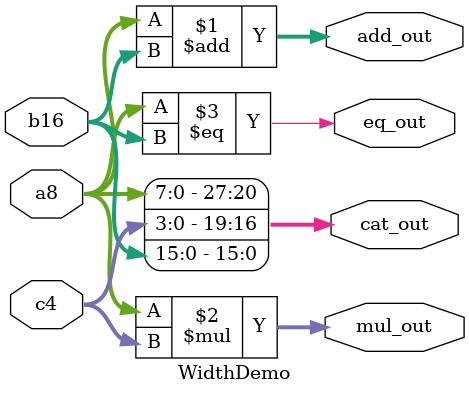
<source format=v>
module WidthDemo(
  input [7:0] a8,
  input [15:0] b16,
  input [3:0] c4,
  output [15:0] add_out,
  output [11:0] mul_out,
  output [0:0] eq_out,
  output [27:0] cat_out
);

  assign add_out = a8 + b16;
  assign mul_out = a8 * c4;
  assign eq_out = a8 == b16;
  assign cat_out = {a8, c4, b16};

endmodule

</source>
